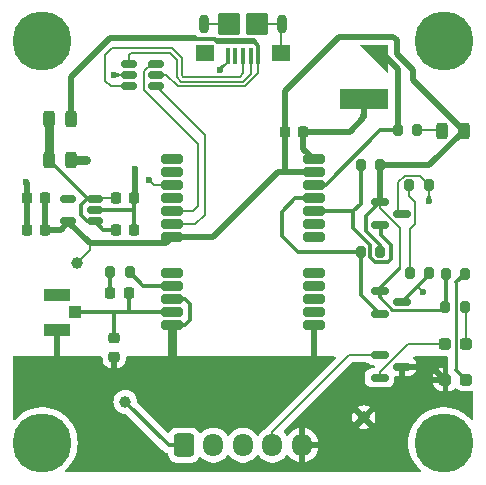
<source format=gbr>
%TF.GenerationSoftware,KiCad,Pcbnew,8.0.6*%
%TF.CreationDate,2024-10-28T16:54:00-06:00*%
%TF.ProjectId,GPS Module,47505320-4d6f-4647-956c-652e6b696361,rev?*%
%TF.SameCoordinates,Original*%
%TF.FileFunction,Copper,L1,Top*%
%TF.FilePolarity,Positive*%
%FSLAX46Y46*%
G04 Gerber Fmt 4.6, Leading zero omitted, Abs format (unit mm)*
G04 Created by KiCad (PCBNEW 8.0.6) date 2024-10-28 16:54:00*
%MOMM*%
%LPD*%
G01*
G04 APERTURE LIST*
G04 Aperture macros list*
%AMRoundRect*
0 Rectangle with rounded corners*
0 $1 Rounding radius*
0 $2 $3 $4 $5 $6 $7 $8 $9 X,Y pos of 4 corners*
0 Add a 4 corners polygon primitive as box body*
4,1,4,$2,$3,$4,$5,$6,$7,$8,$9,$2,$3,0*
0 Add four circle primitives for the rounded corners*
1,1,$1+$1,$2,$3*
1,1,$1+$1,$4,$5*
1,1,$1+$1,$6,$7*
1,1,$1+$1,$8,$9*
0 Add four rect primitives between the rounded corners*
20,1,$1+$1,$2,$3,$4,$5,0*
20,1,$1+$1,$4,$5,$6,$7,0*
20,1,$1+$1,$6,$7,$8,$9,0*
20,1,$1+$1,$8,$9,$2,$3,0*%
%AMFreePoly0*
4,1,12,0.600035,0.600035,0.600050,0.600000,0.600050,-1.800000,0.600035,-1.800035,0.600000,-1.800050,0.599965,-1.800035,-1.800035,0.599965,-1.800050,0.600000,-1.800035,0.600035,-1.800000,0.600050,0.600000,0.600050,0.600035,0.600035,0.600035,0.600035,$1*%
G04 Aperture macros list end*
%TA.AperFunction,SMDPad,CuDef*%
%ADD10C,1.000000*%
%TD*%
%TA.AperFunction,SMDPad,CuDef*%
%ADD11RoundRect,0.225000X-0.225000X-0.250000X0.225000X-0.250000X0.225000X0.250000X-0.225000X0.250000X0*%
%TD*%
%TA.AperFunction,SMDPad,CuDef*%
%ADD12RoundRect,0.200000X0.200000X0.275000X-0.200000X0.275000X-0.200000X-0.275000X0.200000X-0.275000X0*%
%TD*%
%TA.AperFunction,SMDPad,CuDef*%
%ADD13RoundRect,0.200000X-0.200000X-0.275000X0.200000X-0.275000X0.200000X0.275000X-0.200000X0.275000X0*%
%TD*%
%TA.AperFunction,ComponentPad*%
%ADD14C,2.900000*%
%TD*%
%TA.AperFunction,ConnectorPad*%
%ADD15C,5.000000*%
%TD*%
%TA.AperFunction,ComponentPad*%
%ADD16O,0.900000X1.600000*%
%TD*%
%TA.AperFunction,SMDPad,CuDef*%
%ADD17RoundRect,0.250000X0.550000X0.450000X-0.550000X0.450000X-0.550000X-0.450000X0.550000X-0.450000X0*%
%TD*%
%TA.AperFunction,SMDPad,CuDef*%
%ADD18RoundRect,0.250000X0.700000X0.700000X-0.700000X0.700000X-0.700000X-0.700000X0.700000X-0.700000X0*%
%TD*%
%TA.AperFunction,SMDPad,CuDef*%
%ADD19RoundRect,0.100000X0.100000X0.575000X-0.100000X0.575000X-0.100000X-0.575000X0.100000X-0.575000X0*%
%TD*%
%TA.AperFunction,SMDPad,CuDef*%
%ADD20RoundRect,0.150000X-0.587500X-0.150000X0.587500X-0.150000X0.587500X0.150000X-0.587500X0.150000X0*%
%TD*%
%TA.AperFunction,SMDPad,CuDef*%
%ADD21RoundRect,0.243750X-0.243750X-0.456250X0.243750X-0.456250X0.243750X0.456250X-0.243750X0.456250X0*%
%TD*%
%TA.AperFunction,SMDPad,CuDef*%
%ADD22RoundRect,0.200000X-0.700000X-0.200000X0.700000X-0.200000X0.700000X0.200000X-0.700000X0.200000X0*%
%TD*%
%TA.AperFunction,SMDPad,CuDef*%
%ADD23RoundRect,0.237500X-0.287500X-0.237500X0.287500X-0.237500X0.287500X0.237500X-0.287500X0.237500X0*%
%TD*%
%TA.AperFunction,SMDPad,CuDef*%
%ADD24RoundRect,0.225000X0.225000X0.250000X-0.225000X0.250000X-0.225000X-0.250000X0.225000X-0.250000X0*%
%TD*%
%TA.AperFunction,SMDPad,CuDef*%
%ADD25RoundRect,0.218750X-0.218750X-0.256250X0.218750X-0.256250X0.218750X0.256250X-0.218750X0.256250X0*%
%TD*%
%TA.AperFunction,SMDPad,CuDef*%
%ADD26RoundRect,0.225000X-0.250000X0.225000X-0.250000X-0.225000X0.250000X-0.225000X0.250000X0.225000X0*%
%TD*%
%TA.AperFunction,SMDPad,CuDef*%
%ADD27R,1.050000X1.000000*%
%TD*%
%TA.AperFunction,SMDPad,CuDef*%
%ADD28R,2.200000X1.050000*%
%TD*%
%TA.AperFunction,SMDPad,CuDef*%
%ADD29RoundRect,0.150000X-0.512500X-0.150000X0.512500X-0.150000X0.512500X0.150000X-0.512500X0.150000X0*%
%TD*%
%TA.AperFunction,SMDPad,CuDef*%
%ADD30RoundRect,0.150000X0.512500X0.150000X-0.512500X0.150000X-0.512500X-0.150000X0.512500X-0.150000X0*%
%TD*%
%TA.AperFunction,ComponentPad*%
%ADD31RoundRect,0.250000X-0.600000X-0.725000X0.600000X-0.725000X0.600000X0.725000X-0.600000X0.725000X0*%
%TD*%
%TA.AperFunction,ComponentPad*%
%ADD32O,1.700000X1.950000*%
%TD*%
%TA.AperFunction,SMDPad,CuDef*%
%ADD33FreePoly0,0.000000*%
%TD*%
%TA.AperFunction,SMDPad,CuDef*%
%ADD34R,4.100000X1.700000*%
%TD*%
%TA.AperFunction,ViaPad*%
%ADD35C,0.600000*%
%TD*%
%TA.AperFunction,Conductor*%
%ADD36C,0.177800*%
%TD*%
%TA.AperFunction,Conductor*%
%ADD37C,0.508000*%
%TD*%
%TA.AperFunction,Conductor*%
%ADD38C,0.330200*%
%TD*%
%TA.AperFunction,Conductor*%
%ADD39C,0.200000*%
%TD*%
%TA.AperFunction,Conductor*%
%ADD40C,0.762000*%
%TD*%
%TA.AperFunction,Conductor*%
%ADD41C,0.254000*%
%TD*%
%TA.AperFunction,Conductor*%
%ADD42C,0.228600*%
%TD*%
%TA.AperFunction,Conductor*%
%ADD43C,0.279400*%
%TD*%
%TA.AperFunction,Conductor*%
%ADD44C,0.152400*%
%TD*%
G04 APERTURE END LIST*
D10*
%TO.P,Vin1,1,1*%
%TO.N,Net-(D1-A)*%
X120040000Y-83540000D03*
%TD*%
%TO.P,GND1,1,1*%
%TO.N,GND*%
X140210000Y-84850000D03*
%TD*%
%TO.P,3.3V1,1,1*%
%TO.N,+3.3V*%
X115920000Y-71750000D03*
%TD*%
D11*
%TO.P,C2,1*%
%TO.N,+3.3V*%
X133555000Y-60660000D03*
%TO.P,C2,2*%
%TO.N,GND*%
X135105000Y-60660000D03*
%TD*%
D12*
%TO.P,R1,1*%
%TO.N,+3.3V*%
X141605000Y-63520000D03*
%TO.P,R1,2*%
%TO.N,Net-(Q1-S)*%
X139955000Y-63520000D03*
%TD*%
D13*
%TO.P,R8,1*%
%TO.N,+3.3V*%
X147165000Y-72680000D03*
%TO.P,R8,2*%
%TO.N,Net-(Pwr1-A)*%
X148815000Y-72680000D03*
%TD*%
D14*
%TO.P,REF\u002A\u002A,1*%
%TO.N,N/C*%
X113000000Y-87000000D03*
D15*
X113000000Y-87000000D03*
%TD*%
D16*
%TO.P,J2,6,Shield*%
%TO.N,unconnected-(J2-Shield-Pad6)*%
X126700000Y-51560000D03*
D17*
X126800000Y-54010000D03*
D18*
X128800000Y-51560000D03*
X131200000Y-51560000D03*
D17*
X133200000Y-54010000D03*
D16*
X133300000Y-51560000D03*
D19*
%TO.P,J2,5,GND*%
%TO.N,GND*%
X128700000Y-54235000D03*
%TO.P,J2,4,ID*%
%TO.N,unconnected-(J2-ID-Pad4)*%
X129350000Y-54235000D03*
%TO.P,J2,3,D+*%
%TO.N,Net-(J2-D+)*%
X130000000Y-54235000D03*
%TO.P,J2,2,D-*%
%TO.N,Net-(J2-D-)*%
X130650000Y-54235000D03*
%TO.P,J2,1,VBUS*%
%TO.N,Vbus*%
X131300000Y-54235000D03*
%TD*%
D12*
%TO.P,R6,1*%
%TO.N,Net-(D3-K)*%
X144755000Y-60560000D03*
%TO.P,R6,2*%
%TO.N,Net-(U1-V_BCKP)*%
X143105000Y-60560000D03*
%TD*%
D20*
%TO.P,Q2,1,G*%
%TO.N,+3.3V*%
X141572500Y-74170000D03*
%TO.P,Q2,2,S*%
%TO.N,Net-(Q2-S)*%
X141572500Y-76070000D03*
%TO.P,Q2,3,D*%
%TO.N,GPSRxd5V*%
X143447500Y-75120000D03*
%TD*%
D21*
%TO.P,D2,1,K*%
%TO.N,Net-(D1-K)*%
X113542500Y-59600000D03*
%TO.P,D2,2,A*%
%TO.N,Vbus*%
X115417500Y-59600000D03*
%TD*%
D11*
%TO.P,C3,1*%
%TO.N,Net-(D1-K)*%
X119225000Y-68980000D03*
%TO.P,C3,2*%
%TO.N,GND*%
X120775000Y-68980000D03*
%TD*%
%TO.P,C4,1*%
%TO.N,Net-(D1-K)*%
X119225000Y-66260000D03*
%TO.P,C4,2*%
%TO.N,GND*%
X120775000Y-66260000D03*
%TD*%
D14*
%TO.P,REF\u002A\u002A,1*%
%TO.N,N/C*%
X113000000Y-53000000D03*
D15*
X113000000Y-53000000D03*
%TD*%
D12*
%TO.P,R5,1*%
%TO.N,Net-(U1-VCC_RF)*%
X120405000Y-72560000D03*
%TO.P,R5,2*%
%TO.N,Net-(L1-Pad1)*%
X118755000Y-72560000D03*
%TD*%
D22*
%TO.P,U1,24,GND*%
%TO.N,GND*%
X136000000Y-63000000D03*
%TO.P,U1,23,VCC*%
%TO.N,+3.3V*%
X136000000Y-64100000D03*
%TO.P,U1,22,V_BCKP*%
%TO.N,Net-(U1-V_BCKP)*%
X136000000Y-65200000D03*
%TO.P,U1,21,RXD/SPI_MOSI*%
%TO.N,Net-(Q2-S)*%
X136000000Y-66300000D03*
%TO.P,U1,20,TXD/SPI_MISO*%
%TO.N,Net-(Q1-S)*%
X136000000Y-67400000D03*
%TO.P,U1,19,SCL/SPI_CLK*%
%TO.N,unconnected-(U1-SCL{slash}SPI_CLK-Pad19)*%
X136000000Y-68500000D03*
%TO.P,U1,18,SDA/~{SPI_CS}*%
%TO.N,unconnected-(U1-SDA{slash}~{SPI_CS}-Pad18)*%
X136000000Y-69600000D03*
%TO.P,U1,17,RESERVED*%
%TO.N,unconnected-(U1-RESERVED-Pad17)*%
X136000000Y-72600000D03*
%TO.P,U1,16,RESERVED*%
%TO.N,unconnected-(U1-RESERVED-Pad16)*%
X136000000Y-73700000D03*
%TO.P,U1,15,RESERVED*%
%TO.N,unconnected-(U1-RESERVED-Pad15)*%
X136000000Y-74800000D03*
%TO.P,U1,14,LNA_EN*%
%TO.N,unconnected-(U1-LNA_EN-Pad14)*%
X136000000Y-75900000D03*
%TO.P,U1,13,GND*%
%TO.N,GND*%
X136000000Y-77000000D03*
%TO.P,U1,12,GND*%
X124000000Y-77000000D03*
%TO.P,U1,11,RF_IN*%
%TO.N,Net-(U1-RF_IN)*%
X124000000Y-75900000D03*
%TO.P,U1,10,GND*%
%TO.N,GND*%
X124000000Y-74800000D03*
%TO.P,U1,9,VCC_RF*%
%TO.N,Net-(U1-VCC_RF)*%
X124000000Y-73700000D03*
%TO.P,U1,8,~{RESET}*%
%TO.N,unconnected-(U1-~{RESET}-Pad8)*%
X124000000Y-72600000D03*
%TO.P,U1,7,VDD_USB*%
%TO.N,+3.3V*%
X124000000Y-69600000D03*
%TO.P,U1,6,USB_DP*%
%TO.N,Net-(U1-USB_DP)*%
X124000000Y-68500000D03*
%TO.P,U1,5,USB_DM*%
%TO.N,Net-(U1-USB_DM)*%
X124000000Y-67400000D03*
%TO.P,U1,4,EXTINT*%
%TO.N,unconnected-(U1-EXTINT-Pad4)*%
X124000000Y-66300000D03*
%TO.P,U1,3,TIMEPULSE*%
%TO.N,PPS*%
X124000000Y-65200000D03*
%TO.P,U1,2,D_SEL*%
%TO.N,unconnected-(U1-D_SEL-Pad2)*%
X124000000Y-64100000D03*
%TO.P,U1,1,~{SAFEBOOT}*%
%TO.N,unconnected-(U1-~{SAFEBOOT}-Pad1)*%
X124000000Y-63000000D03*
%TD*%
D23*
%TO.P,Pwr1,1,K*%
%TO.N,GND*%
X147145000Y-81650000D03*
%TO.P,Pwr1,2,A*%
%TO.N,Net-(Pwr1-A)*%
X148895000Y-81650000D03*
%TD*%
D24*
%TO.P,C6,1*%
%TO.N,+3.3V*%
X113245000Y-68970000D03*
%TO.P,C6,2*%
%TO.N,GND*%
X111695000Y-68970000D03*
%TD*%
D13*
%TO.P,R4,1*%
%TO.N,+5V*%
X144135000Y-72670000D03*
%TO.P,R4,2*%
%TO.N,GPSRxd5V*%
X145785000Y-72670000D03*
%TD*%
D25*
%TO.P,L1,1,1*%
%TO.N,Net-(L1-Pad1)*%
X118782500Y-74360000D03*
%TO.P,L1,2,2*%
%TO.N,Net-(U1-RF_IN)*%
X120357500Y-74360000D03*
%TD*%
D21*
%TO.P,D3,1,K*%
%TO.N,Net-(D3-K)*%
X146812500Y-60580000D03*
%TO.P,D3,2,A*%
%TO.N,+3.3V*%
X148687500Y-60580000D03*
%TD*%
D13*
%TO.P,R3,1*%
%TO.N,+5V*%
X144095000Y-65160000D03*
%TO.P,R3,2*%
%TO.N,GPSTxd5V*%
X145745000Y-65160000D03*
%TD*%
D12*
%TO.P,R2,1*%
%TO.N,+3.3V*%
X141605000Y-70880000D03*
%TO.P,R2,2*%
%TO.N,Net-(Q2-S)*%
X139955000Y-70880000D03*
%TD*%
D26*
%TO.P,C1,1*%
%TO.N,Net-(U1-RF_IN)*%
X119090000Y-78165000D03*
%TO.P,C1,2*%
%TO.N,GND*%
X119090000Y-79715000D03*
%TD*%
D23*
%TO.P,PPS1,1,K*%
%TO.N,Net-(PPS1-K)*%
X147145000Y-78620000D03*
%TO.P,PPS1,2,A*%
%TO.N,Net-(PPS1-A)*%
X148895000Y-78620000D03*
%TD*%
D27*
%TO.P,J1,1*%
%TO.N,Net-(U1-RF_IN)*%
X115775000Y-75970000D03*
D28*
%TO.P,J1,2*%
%TO.N,GND*%
X114250000Y-77445000D03*
%TO.P,J1,3*%
%TO.N,N/C*%
X114250000Y-74495000D03*
%TD*%
D14*
%TO.P,REF\u002A\u002A,1*%
%TO.N,N/C*%
X147000000Y-87000000D03*
D15*
X147000000Y-87000000D03*
%TD*%
D29*
%TO.P,U2,1,I/O1*%
%TO.N,Net-(J2-D-)*%
X120342500Y-54897500D03*
%TO.P,U2,2,GND*%
%TO.N,GND*%
X120342500Y-55847500D03*
%TO.P,U2,3,I/O2*%
%TO.N,Net-(J2-D+)*%
X120342500Y-56797500D03*
%TO.P,U2,4,I/O2*%
%TO.N,Net-(U1-USB_DP)*%
X122617500Y-56797500D03*
%TO.P,U2,5,VBUS*%
%TO.N,Vbus*%
X122617500Y-55847500D03*
%TO.P,U2,6,I/O1*%
%TO.N,Net-(U1-USB_DM)*%
X122617500Y-54897500D03*
%TD*%
D24*
%TO.P,C5,1*%
%TO.N,+3.3V*%
X113245000Y-66260000D03*
%TO.P,C5,2*%
%TO.N,GND*%
X111695000Y-66260000D03*
%TD*%
D21*
%TO.P,D1,2,A*%
%TO.N,Net-(D1-A)*%
X115437500Y-63080000D03*
%TO.P,D1,1,K*%
%TO.N,Net-(D1-K)*%
X113562500Y-63080000D03*
%TD*%
D13*
%TO.P,R7,1*%
%TO.N,+3.3V*%
X147145000Y-75510000D03*
%TO.P,R7,2*%
%TO.N,Net-(PPS1-A)*%
X148795000Y-75510000D03*
%TD*%
D20*
%TO.P,Q3,1,G*%
%TO.N,PPS*%
X141562500Y-79600000D03*
%TO.P,Q3,2,S*%
%TO.N,Net-(PPS1-K)*%
X141562500Y-81500000D03*
%TO.P,Q3,3,D*%
%TO.N,GND*%
X143437500Y-80550000D03*
%TD*%
D14*
%TO.P,REF\u002A\u002A,1*%
%TO.N,N/C*%
X147000000Y-53000000D03*
D15*
X147000000Y-53000000D03*
%TD*%
D30*
%TO.P,U3,1,VIN*%
%TO.N,Net-(D1-K)*%
X117437500Y-68262500D03*
%TO.P,U3,2,GND*%
%TO.N,GND*%
X117437500Y-67312500D03*
%TO.P,U3,3,EN*%
%TO.N,Net-(D1-K)*%
X117437500Y-66362500D03*
%TO.P,U3,4,NC*%
%TO.N,unconnected-(U3-NC-Pad4)*%
X115162500Y-66362500D03*
%TO.P,U3,5,VOUT*%
%TO.N,+3.3V*%
X115162500Y-68262500D03*
%TD*%
D31*
%TO.P,J3,1,Pin_1*%
%TO.N,Net-(D1-A)*%
X125000000Y-87200000D03*
D32*
%TO.P,J3,2,Pin_2*%
%TO.N,GPSTxd5V*%
X127500000Y-87200000D03*
%TO.P,J3,3,Pin_3*%
%TO.N,GPSRxd5V*%
X130000000Y-87200000D03*
%TO.P,J3,4,Pin_4*%
%TO.N,PPS*%
X132500000Y-87200000D03*
%TO.P,J3,5,Pin_5*%
%TO.N,GND*%
X135000000Y-87200000D03*
%TD*%
D33*
%TO.P,BT1,1*%
%TO.N,Net-(U1-V_BCKP)*%
X141670000Y-53940000D03*
D34*
%TO.P,BT1,2*%
%TO.N,GND*%
X140220000Y-57890000D03*
%TD*%
D20*
%TO.P,Q1,1,G*%
%TO.N,+3.3V*%
X141562500Y-66650000D03*
%TO.P,Q1,2,S*%
%TO.N,Net-(Q1-S)*%
X141562500Y-68550000D03*
%TO.P,Q1,3,D*%
%TO.N,GPSTxd5V*%
X143437500Y-67600000D03*
%TD*%
D35*
%TO.N,GND*%
X118410000Y-88070000D03*
X112710000Y-82720000D03*
X138680000Y-81980000D03*
X131420000Y-82690000D03*
X128110000Y-80320000D03*
X120910000Y-80300000D03*
X135990000Y-80370000D03*
X120890000Y-63800000D03*
%TO.N,PPS*%
X122080000Y-64770000D03*
%TO.N,GPSTxd5V*%
X145760000Y-66530000D03*
%TO.N,GPSRxd5V*%
X145270000Y-74250000D03*
%TO.N,GND*%
X140190000Y-59460000D03*
X111670000Y-64960000D03*
%TO.N,Net-(D1-A)*%
X116730000Y-63080000D03*
%TO.N,GND*%
X128020000Y-55420000D03*
X119080000Y-55860000D03*
%TD*%
D36*
%TO.N,unconnected-(J2-Shield-Pad6)*%
X131340000Y-51560000D02*
X133300000Y-51560000D01*
X131300000Y-51520000D02*
X131340000Y-51560000D01*
X131240000Y-51520000D02*
X131300000Y-51520000D01*
X131200000Y-51560000D02*
X131240000Y-51520000D01*
X128800000Y-51560000D02*
X126700000Y-51560000D01*
%TO.N,+3.3V*%
X117010000Y-70710000D02*
X117010000Y-70130000D01*
X115970000Y-71750000D02*
X117010000Y-70710000D01*
X115920000Y-71750000D02*
X115970000Y-71750000D01*
%TO.N,GND*%
X141700000Y-86340000D02*
X141945000Y-86095000D01*
X140210000Y-84850000D02*
X141700000Y-86340000D01*
D37*
X141945000Y-86095000D02*
X143437500Y-84602500D01*
X140840000Y-87200000D02*
X141945000Y-86095000D01*
D38*
%TO.N,Net-(D1-A)*%
X123700000Y-87200000D02*
X120040000Y-83540000D01*
X125000000Y-87200000D02*
X123700000Y-87200000D01*
%TO.N,+3.3V*%
X141572500Y-73907500D02*
X141572500Y-74170000D01*
D39*
X141562500Y-67103052D02*
X141562500Y-66650000D01*
X143320000Y-68860552D02*
X141562500Y-67103052D01*
D38*
X143172500Y-72307500D02*
X141572500Y-73907500D01*
D39*
X143320000Y-72160000D02*
X143320000Y-68860552D01*
X143172500Y-72307500D02*
X143320000Y-72160000D01*
D38*
X140420000Y-67792500D02*
X141562500Y-66650000D01*
X140420000Y-69073038D02*
X140420000Y-67792500D01*
X141605000Y-70258038D02*
X140420000Y-69073038D01*
X141605000Y-70880000D02*
X141605000Y-70258038D01*
D39*
%TO.N,Net-(Q1-S)*%
X141670000Y-68657500D02*
X141562500Y-68550000D01*
D38*
X141750000Y-69500000D02*
X141670000Y-69420000D01*
X141670000Y-69420000D02*
X141670000Y-68657500D01*
X140760000Y-70272648D02*
X139300000Y-68812648D01*
X141165386Y-71720100D02*
X140760000Y-71314714D01*
X139300000Y-68812648D02*
X139300000Y-67400000D01*
X142279900Y-71720100D02*
X141165386Y-71720100D01*
X142520000Y-71480000D02*
X142279900Y-71720100D01*
X140760000Y-71314714D02*
X140760000Y-70272648D01*
X142520000Y-70270000D02*
X142520000Y-71480000D01*
X141750000Y-69500000D02*
X142520000Y-70270000D01*
D39*
%TO.N,unconnected-(J2-Shield-Pad6)*%
X133200000Y-51660000D02*
X133300000Y-51560000D01*
X133200000Y-54010000D02*
X133200000Y-51660000D01*
D38*
%TO.N,GND*%
X125130000Y-77000000D02*
X124000000Y-77000000D01*
X125530000Y-76600000D02*
X125130000Y-77000000D01*
X125090000Y-74800000D02*
X125530000Y-75240000D01*
X124000000Y-74800000D02*
X125090000Y-74800000D01*
X125530000Y-75240000D02*
X125530000Y-76600000D01*
D39*
X124000000Y-80270000D02*
X124050000Y-80320000D01*
D40*
X124000000Y-77000000D02*
X124000000Y-80270000D01*
D37*
X124050000Y-80320000D02*
X120930000Y-80320000D01*
X128110000Y-80320000D02*
X124050000Y-80320000D01*
D39*
X120560000Y-80320000D02*
X120930000Y-80320000D01*
X119080000Y-79750000D02*
X119080000Y-81090000D01*
X119105000Y-79715000D02*
X119110000Y-79720000D01*
X119110000Y-79720000D02*
X119080000Y-79750000D01*
X119790000Y-81090000D02*
X120560000Y-80320000D01*
X119090000Y-79715000D02*
X119105000Y-79715000D01*
X119080000Y-81090000D02*
X119790000Y-81090000D01*
D41*
%TO.N,+3.3V*%
X142699448Y-75750000D02*
X142669448Y-75720000D01*
X146905000Y-75750000D02*
X142699448Y-75750000D01*
X146935000Y-75720000D02*
X146905000Y-75750000D01*
D42*
X141572500Y-74652776D02*
X141572500Y-74623052D01*
X142639724Y-75720000D02*
X141572500Y-74652776D01*
X142669448Y-75720000D02*
X142639724Y-75720000D01*
D41*
%TO.N,Net-(Pwr1-A)*%
X148020000Y-80775000D02*
X148070000Y-80825000D01*
D43*
X148020000Y-73475000D02*
X148020000Y-80775000D01*
D41*
X148070000Y-73425000D02*
X148020000Y-73475000D01*
D39*
%TO.N,Net-(U1-RF_IN)*%
X119090000Y-75960000D02*
X119030000Y-75900000D01*
D38*
X119090000Y-78165000D02*
X119090000Y-75960000D01*
X119030000Y-75900000D02*
X115845000Y-75900000D01*
X120460000Y-75900000D02*
X119030000Y-75900000D01*
D37*
%TO.N,GND*%
X114250000Y-81180000D02*
X112710000Y-82720000D01*
X114250000Y-77445000D02*
X114250000Y-81180000D01*
D39*
X114250000Y-80850000D02*
X114200000Y-80900000D01*
D37*
X114250000Y-77445000D02*
X114250000Y-80850000D01*
D38*
%TO.N,Net-(U1-VCC_RF)*%
X121545000Y-73700000D02*
X124000000Y-73700000D01*
X120405000Y-72560000D02*
X121545000Y-73700000D01*
D39*
%TO.N,Net-(L1-Pad1)*%
X118782500Y-72687500D02*
X118635000Y-72540000D01*
D38*
X118782500Y-74360000D02*
X118782500Y-72687500D01*
%TO.N,Net-(U1-RF_IN)*%
X120357500Y-74360000D02*
X120357500Y-75797500D01*
X124000000Y-75900000D02*
X120460000Y-75900000D01*
D39*
X120357500Y-75797500D02*
X120460000Y-75900000D01*
X115845000Y-75900000D02*
X115775000Y-75970000D01*
%TO.N,GND*%
X135990000Y-80370000D02*
X136000000Y-80360000D01*
D37*
X136000000Y-80360000D02*
X136000000Y-77000000D01*
D38*
%TO.N,Net-(Q2-S)*%
X134420000Y-66300000D02*
X136000000Y-66300000D01*
X133280000Y-67440000D02*
X134420000Y-66300000D01*
X133280000Y-69470000D02*
X133280000Y-67440000D01*
X134690000Y-70880000D02*
X133280000Y-69470000D01*
X139955000Y-70880000D02*
X134690000Y-70880000D01*
%TO.N,Vbus*%
X130933733Y-53023733D02*
X131300000Y-53390000D01*
X127762534Y-52970000D02*
X127816267Y-53023733D01*
X131300000Y-54235000D02*
X131300000Y-53390000D01*
D37*
X127816267Y-53023733D02*
X130933733Y-53023733D01*
D38*
X127648534Y-52856000D02*
X125964000Y-52856000D01*
D39*
%TO.N,GND*%
X120930000Y-80320000D02*
X120910000Y-80300000D01*
X131420000Y-82690000D02*
X131420000Y-82670000D01*
D37*
X131420000Y-82670000D02*
X129070000Y-80320000D01*
X129070000Y-80320000D02*
X128110000Y-80320000D01*
X143437500Y-84602500D02*
X143437500Y-80550000D01*
X135000000Y-87200000D02*
X140840000Y-87200000D01*
D39*
X120775000Y-66135000D02*
X120890000Y-66020000D01*
X120775000Y-66260000D02*
X120775000Y-66135000D01*
D37*
X120890000Y-66020000D02*
X120890000Y-63800000D01*
D39*
%TO.N,PPS*%
X122510000Y-65200000D02*
X122080000Y-64770000D01*
X124000000Y-65200000D02*
X122510000Y-65200000D01*
D37*
%TO.N,GND*%
X139070000Y-60660000D02*
X135105000Y-60660000D01*
X140190000Y-59540000D02*
X139070000Y-60660000D01*
D38*
X140190000Y-59460000D02*
X140190000Y-59540000D01*
D39*
X140210000Y-59440000D02*
X140190000Y-59460000D01*
X140220000Y-57920000D02*
X140210000Y-57930000D01*
X140220000Y-57890000D02*
X140220000Y-57920000D01*
D37*
X140210000Y-57930000D02*
X140210000Y-59440000D01*
%TO.N,+3.3V*%
X132950000Y-64100000D02*
X127450000Y-69600000D01*
X132990000Y-64100000D02*
X132950000Y-64100000D01*
X127450000Y-69600000D02*
X124000000Y-69600000D01*
X133555000Y-60660000D02*
X133555000Y-64100000D01*
X133555000Y-64100000D02*
X135487352Y-64100000D01*
D39*
%TO.N,Net-(J2-D-)*%
X124430000Y-56065686D02*
X124430000Y-54575686D01*
X130030000Y-56430000D02*
X124794314Y-56430000D01*
X124794314Y-56430000D02*
X124430000Y-56065686D01*
X130650000Y-55810000D02*
X130030000Y-56430000D01*
X130650000Y-54235000D02*
X130650000Y-55810000D01*
%TO.N,Vbus*%
X123507500Y-55847500D02*
X124490000Y-56830000D01*
X122617500Y-55847500D02*
X123507500Y-55847500D01*
%TO.N,Net-(J2-D+)*%
X124830000Y-55900000D02*
X124830000Y-54410000D01*
X124960000Y-56030000D02*
X124830000Y-55900000D01*
X129720000Y-56030000D02*
X124960000Y-56030000D01*
X130020000Y-54290000D02*
X130020000Y-55730000D01*
X130000000Y-54235000D02*
X130000000Y-54270000D01*
X130000000Y-54270000D02*
X130020000Y-54290000D01*
X130020000Y-55730000D02*
X129720000Y-56030000D01*
%TO.N,Net-(J2-D-)*%
X120520000Y-53990000D02*
X120342500Y-54167500D01*
X120342500Y-54167500D02*
X120342500Y-54897500D01*
X123844314Y-53990000D02*
X120520000Y-53990000D01*
X124430000Y-54575686D02*
X123844314Y-53990000D01*
D37*
%TO.N,+3.3V*%
X143040000Y-52940000D02*
X142730000Y-52630000D01*
X144427500Y-55437500D02*
X143040000Y-54050000D01*
X143040000Y-54050000D02*
X143040000Y-52940000D01*
X144427500Y-56320000D02*
X144427500Y-55437500D01*
X148687500Y-60580000D02*
X144427500Y-56320000D01*
X142730000Y-52630000D02*
X141997940Y-52630000D01*
X133555000Y-57205000D02*
X133555000Y-60660000D01*
X138130000Y-52630000D02*
X133555000Y-57205000D01*
X141997940Y-52630000D02*
X138130000Y-52630000D01*
X132990000Y-64100000D02*
X136000000Y-64100000D01*
X123470000Y-70130000D02*
X123770000Y-69830000D01*
X115210000Y-68330000D02*
X117010000Y-70130000D01*
X117010000Y-70130000D02*
X123470000Y-70130000D01*
D39*
X123770000Y-69830000D02*
X124000000Y-69600000D01*
%TO.N,GND*%
X111695000Y-64985000D02*
X111670000Y-64960000D01*
D37*
X111695000Y-66260000D02*
X111695000Y-64985000D01*
%TO.N,+3.3V*%
X114570000Y-68970000D02*
X113245000Y-68970000D01*
X115210000Y-68330000D02*
X114570000Y-68970000D01*
D39*
X115162500Y-68282500D02*
X115210000Y-68330000D01*
X115162500Y-68262500D02*
X115162500Y-68282500D01*
%TO.N,GPSTxd5V*%
X145745000Y-66515000D02*
X145760000Y-66530000D01*
X145745000Y-65160000D02*
X145745000Y-66515000D01*
%TO.N,GPSRxd5V*%
X145270000Y-74250000D02*
X144803750Y-73783750D01*
D38*
X144803750Y-73763750D02*
X145785000Y-72782500D01*
D39*
X144803750Y-73783750D02*
X144803750Y-73763750D01*
D38*
X143447500Y-75120000D02*
X144803750Y-73763750D01*
D40*
%TO.N,Net-(D1-A)*%
X116730000Y-63080000D02*
X115437500Y-63080000D01*
D39*
%TO.N,+3.3V*%
X147145000Y-75510000D02*
X146935000Y-75720000D01*
D38*
X141572500Y-74623052D02*
X141572500Y-74170000D01*
D39*
%TO.N,GPSRxd5V*%
X145785000Y-72782500D02*
X145785000Y-72670000D01*
D38*
%TO.N,Net-(Q2-S)*%
X139955000Y-74452500D02*
X139955000Y-70880000D01*
X141572500Y-76070000D02*
X139955000Y-74452500D01*
%TO.N,Net-(Pwr1-A)*%
X148815000Y-72680000D02*
X148070000Y-73425000D01*
X148070000Y-80825000D02*
X148895000Y-81650000D01*
D39*
%TO.N,Net-(PPS1-A)*%
X148895000Y-78620000D02*
X148895000Y-75610000D01*
X148895000Y-75610000D02*
X148795000Y-75510000D01*
%TO.N,Net-(PPS1-K)*%
X143989448Y-78620000D02*
X147145000Y-78620000D01*
X141562500Y-81046948D02*
X143989448Y-78620000D01*
X141562500Y-81500000D02*
X141562500Y-81046948D01*
D37*
%TO.N,GND*%
X146045000Y-80550000D02*
X147145000Y-81650000D01*
X143437500Y-80550000D02*
X146045000Y-80550000D01*
D39*
%TO.N,PPS*%
X139020000Y-79600000D02*
X141562500Y-79600000D01*
X139000000Y-79580000D02*
X139020000Y-79600000D01*
X132500000Y-86080000D02*
X139000000Y-79580000D01*
X132500000Y-87200000D02*
X132500000Y-86080000D01*
D44*
%TO.N,GND*%
X140190000Y-59460000D02*
X140190000Y-59290000D01*
D37*
%TO.N,Net-(U1-V_BCKP)*%
X143105000Y-55375000D02*
X143105000Y-60560000D01*
X141670000Y-53940000D02*
X143105000Y-55375000D01*
%TO.N,+3.3V*%
X145747500Y-63520000D02*
X141605000Y-63520000D01*
X148687500Y-60580000D02*
X145747500Y-63520000D01*
D38*
%TO.N,Net-(U1-V_BCKP)*%
X141640000Y-60560000D02*
X143105000Y-60560000D01*
X137000000Y-65200000D02*
X141640000Y-60560000D01*
X136000000Y-65200000D02*
X137000000Y-65200000D01*
%TO.N,Net-(Q1-S)*%
X139955000Y-63520000D02*
X139955000Y-66745000D01*
X139955000Y-66745000D02*
X139300000Y-67400000D01*
X139300000Y-67400000D02*
X136000000Y-67400000D01*
D39*
%TO.N,Net-(D3-K)*%
X146792500Y-60560000D02*
X146812500Y-60580000D01*
X144755000Y-60560000D02*
X146792500Y-60560000D01*
%TO.N,+3.3V*%
X141562500Y-63562500D02*
X141605000Y-63520000D01*
D37*
X141562500Y-66650000D02*
X141562500Y-63562500D01*
D39*
%TO.N,GPSTxd5V*%
X144965000Y-64380000D02*
X145745000Y-65160000D01*
X143680000Y-64380000D02*
X144965000Y-64380000D01*
X143137501Y-64922499D02*
X143680000Y-64380000D01*
X143137501Y-67300001D02*
X143137501Y-64922499D01*
X143437500Y-67600000D02*
X143137501Y-67300001D01*
%TO.N,+5V*%
X144090000Y-66020000D02*
X144095000Y-66015000D01*
X144090000Y-66150000D02*
X144090000Y-66020000D01*
X144095000Y-66015000D02*
X144095000Y-65160000D01*
X144570000Y-66630000D02*
X144090000Y-66150000D01*
X144570000Y-68480000D02*
X144570000Y-66630000D01*
X144135000Y-68915000D02*
X144570000Y-68480000D01*
X144135000Y-72670000D02*
X144135000Y-68915000D01*
D38*
%TO.N,+3.3V*%
X147165000Y-72680000D02*
X147165000Y-75490000D01*
D39*
X147165000Y-75490000D02*
X147145000Y-75510000D01*
D37*
%TO.N,GND*%
X111695000Y-68970000D02*
X111695000Y-66260000D01*
D38*
X120712500Y-67312500D02*
X120775000Y-67250000D01*
X117437500Y-67312500D02*
X120712500Y-67312500D01*
X120775000Y-67250000D02*
X120775000Y-66260000D01*
X120775000Y-68980000D02*
X120775000Y-67250000D01*
%TO.N,Net-(D1-K)*%
X118155000Y-68980000D02*
X117437500Y-68262500D01*
X119225000Y-68980000D02*
X118155000Y-68980000D01*
D39*
X117540000Y-66260000D02*
X117437500Y-66362500D01*
X119225000Y-66260000D02*
X117540000Y-66260000D01*
D38*
X116260000Y-66877501D02*
X116775001Y-66362500D01*
X116260000Y-67747499D02*
X116260000Y-66877501D01*
X116775001Y-68262500D02*
X116260000Y-67747499D01*
D39*
X116775001Y-66362500D02*
X117437500Y-66362500D01*
X117437500Y-68262500D02*
X116775001Y-68262500D01*
D38*
X113542500Y-63060000D02*
X116845000Y-66362500D01*
D39*
X116845000Y-66362500D02*
X117437500Y-66362500D01*
X113542500Y-63060000D02*
X113562500Y-63080000D01*
D40*
X113542500Y-59600000D02*
X113542500Y-63060000D01*
D39*
%TO.N,Vbus*%
X130195686Y-56830000D02*
X131300000Y-55725686D01*
X124490000Y-56830000D02*
X130195686Y-56830000D01*
X131300000Y-55725686D02*
X131300000Y-54235000D01*
D36*
%TO.N,GND*%
X120330000Y-55860000D02*
X120342500Y-55847500D01*
X119080000Y-55860000D02*
X120330000Y-55860000D01*
X128700000Y-54740000D02*
X128020000Y-55420000D01*
D37*
X135105000Y-62105000D02*
X136000000Y-63000000D01*
D36*
X128700000Y-54235000D02*
X128700000Y-54740000D01*
D37*
X135105000Y-60660000D02*
X135105000Y-62105000D01*
D39*
%TO.N,+3.3V*%
X135487352Y-64100000D02*
X136000000Y-64100000D01*
D37*
X113245000Y-66260000D02*
X113245000Y-68970000D01*
%TO.N,Vbus*%
X118760000Y-52710000D02*
X125910000Y-52710000D01*
X115417500Y-59600000D02*
X115417500Y-56052500D01*
X115417500Y-56052500D02*
X118760000Y-52710000D01*
D39*
%TO.N,Net-(J2-D+)*%
X124830000Y-54410000D02*
X124010000Y-53590000D01*
X118320000Y-56330000D02*
X118787500Y-56797500D01*
X118320000Y-54200000D02*
X118320000Y-56330000D01*
X118930000Y-53590000D02*
X118320000Y-54200000D01*
X124010000Y-53590000D02*
X118930000Y-53590000D01*
X118787500Y-56797500D02*
X120342500Y-56797500D01*
%TO.N,Net-(U1-USB_DP)*%
X126780000Y-67690000D02*
X125970000Y-68500000D01*
X125970000Y-68500000D02*
X124000000Y-68500000D01*
X126780000Y-60960000D02*
X126780000Y-67690000D01*
X122617500Y-56797500D02*
X126780000Y-60960000D01*
%TO.N,Net-(U1-USB_DM)*%
X126230000Y-66940000D02*
X126230000Y-61713052D01*
X121655000Y-57138052D02*
X121655000Y-55506948D01*
X122264448Y-54897500D02*
X122617500Y-54897500D01*
X121655000Y-55506948D02*
X122264448Y-54897500D01*
X124000000Y-67400000D02*
X125770000Y-67400000D01*
X126230000Y-61713052D02*
X121655000Y-57138052D01*
X125770000Y-67400000D02*
X126230000Y-66940000D01*
%TD*%
%TA.AperFunction,Conductor*%
%TO.N,GND*%
G36*
X110715203Y-79655649D02*
G01*
X110721681Y-79661681D01*
X110750000Y-79690000D01*
X117991000Y-79690000D01*
X118058039Y-79709685D01*
X118103794Y-79762489D01*
X118115000Y-79813999D01*
X118115000Y-79988306D01*
X118115001Y-79988323D01*
X118125144Y-80087607D01*
X118178452Y-80248481D01*
X118178457Y-80248492D01*
X118267424Y-80392728D01*
X118267427Y-80392732D01*
X118387267Y-80512572D01*
X118387271Y-80512575D01*
X118531507Y-80601542D01*
X118531518Y-80601547D01*
X118692393Y-80654855D01*
X118791683Y-80664999D01*
X118839999Y-80664998D01*
X118840000Y-80664998D01*
X118840000Y-79690000D01*
X119340000Y-79690000D01*
X119340000Y-80664999D01*
X119388308Y-80664999D01*
X119388322Y-80664998D01*
X119487607Y-80654855D01*
X119648481Y-80601547D01*
X119648492Y-80601542D01*
X119792728Y-80512575D01*
X119792732Y-80512572D01*
X119912572Y-80392732D01*
X119912575Y-80392728D01*
X120001542Y-80248492D01*
X120001547Y-80248481D01*
X120054855Y-80087606D01*
X120064999Y-79988322D01*
X120064999Y-79814001D01*
X120084683Y-79746961D01*
X120137487Y-79701206D01*
X120188999Y-79690000D01*
X137741403Y-79690000D01*
X137808442Y-79709685D01*
X137854197Y-79762489D01*
X137864141Y-79831647D01*
X137835116Y-79895203D01*
X137829085Y-79901679D01*
X134901648Y-82829116D01*
X132131286Y-85599478D01*
X132019481Y-85711282D01*
X132019477Y-85711287D01*
X131992651Y-85757753D01*
X131992650Y-85757754D01*
X131961893Y-85811025D01*
X131911326Y-85859240D01*
X131910803Y-85859508D01*
X131792182Y-85919949D01*
X131620213Y-86044890D01*
X131469894Y-86195209D01*
X131469890Y-86195214D01*
X131350318Y-86359793D01*
X131294989Y-86402459D01*
X131225375Y-86408438D01*
X131163580Y-86375833D01*
X131149682Y-86359793D01*
X131030109Y-86195214D01*
X131030105Y-86195209D01*
X130879786Y-86044890D01*
X130707820Y-85919951D01*
X130518414Y-85823444D01*
X130518413Y-85823443D01*
X130518412Y-85823443D01*
X130316243Y-85757754D01*
X130316241Y-85757753D01*
X130316240Y-85757753D01*
X130154957Y-85732208D01*
X130106287Y-85724500D01*
X129893713Y-85724500D01*
X129854202Y-85730757D01*
X129683759Y-85757753D01*
X129683760Y-85757753D01*
X129683757Y-85757754D01*
X129519807Y-85811025D01*
X129481585Y-85823444D01*
X129292179Y-85919951D01*
X129120213Y-86044890D01*
X128969894Y-86195209D01*
X128969890Y-86195214D01*
X128850318Y-86359793D01*
X128794989Y-86402459D01*
X128725375Y-86408438D01*
X128663580Y-86375833D01*
X128649682Y-86359793D01*
X128530109Y-86195214D01*
X128530105Y-86195209D01*
X128379786Y-86044890D01*
X128207820Y-85919951D01*
X128018414Y-85823444D01*
X128018413Y-85823443D01*
X128018412Y-85823443D01*
X127816243Y-85757754D01*
X127816241Y-85757753D01*
X127816240Y-85757753D01*
X127654957Y-85732208D01*
X127606287Y-85724500D01*
X127393713Y-85724500D01*
X127354202Y-85730757D01*
X127183759Y-85757753D01*
X127183760Y-85757753D01*
X127183757Y-85757754D01*
X127019807Y-85811025D01*
X126981585Y-85823444D01*
X126792179Y-85919951D01*
X126620215Y-86044889D01*
X126481398Y-86183706D01*
X126420075Y-86217190D01*
X126350383Y-86212206D01*
X126294450Y-86170334D01*
X126288178Y-86161120D01*
X126192712Y-86006344D01*
X126068657Y-85882289D01*
X126068656Y-85882288D01*
X125919334Y-85790186D01*
X125752797Y-85735001D01*
X125752795Y-85735000D01*
X125650010Y-85724500D01*
X124349998Y-85724500D01*
X124349981Y-85724501D01*
X124247203Y-85735000D01*
X124247200Y-85735001D01*
X124080668Y-85790185D01*
X124080663Y-85790187D01*
X123931342Y-85882289D01*
X123807288Y-86006343D01*
X123807285Y-86006347D01*
X123752413Y-86095309D01*
X123700465Y-86142034D01*
X123631503Y-86153255D01*
X123567421Y-86125412D01*
X123559194Y-86117893D01*
X121081069Y-83639768D01*
X121047584Y-83578445D01*
X121045706Y-83546092D01*
X121045341Y-83546092D01*
X121045341Y-83540000D01*
X121026024Y-83343870D01*
X121026024Y-83343868D01*
X120968814Y-83155273D01*
X120968811Y-83155269D01*
X120968811Y-83155266D01*
X120875913Y-82981467D01*
X120875909Y-82981460D01*
X120750883Y-82829116D01*
X120598539Y-82704090D01*
X120598532Y-82704086D01*
X120424733Y-82611188D01*
X120424727Y-82611186D01*
X120236132Y-82553976D01*
X120236129Y-82553975D01*
X120040000Y-82534659D01*
X119843870Y-82553975D01*
X119655266Y-82611188D01*
X119481467Y-82704086D01*
X119481460Y-82704090D01*
X119329116Y-82829116D01*
X119204090Y-82981460D01*
X119204086Y-82981467D01*
X119111188Y-83155266D01*
X119053975Y-83343870D01*
X119034659Y-83540000D01*
X119053975Y-83736129D01*
X119111188Y-83924733D01*
X119204086Y-84098532D01*
X119204090Y-84098539D01*
X119329116Y-84250883D01*
X119481460Y-84375909D01*
X119481467Y-84375913D01*
X119655266Y-84468811D01*
X119655269Y-84468811D01*
X119655273Y-84468814D01*
X119843868Y-84526024D01*
X120040000Y-84545341D01*
X120046092Y-84545341D01*
X120046092Y-84546517D01*
X120108569Y-84558361D01*
X120139768Y-84581069D01*
X123179868Y-87621169D01*
X123179897Y-87621200D01*
X123275701Y-87717004D01*
X123275704Y-87717006D01*
X123319369Y-87746182D01*
X123384720Y-87789848D01*
X123505852Y-87840022D01*
X123521914Y-87843217D01*
X123549693Y-87848743D01*
X123611604Y-87881128D01*
X123646178Y-87941844D01*
X123649501Y-87970360D01*
X123649501Y-87975018D01*
X123660000Y-88077796D01*
X123660001Y-88077799D01*
X123705894Y-88216294D01*
X123715186Y-88244334D01*
X123807288Y-88393656D01*
X123931344Y-88517712D01*
X124080666Y-88609814D01*
X124247203Y-88664999D01*
X124349991Y-88675500D01*
X125650008Y-88675499D01*
X125752797Y-88664999D01*
X125919334Y-88609814D01*
X126068656Y-88517712D01*
X126192712Y-88393656D01*
X126284814Y-88244334D01*
X126284814Y-88244331D01*
X126288178Y-88238879D01*
X126340126Y-88192154D01*
X126409088Y-88180931D01*
X126473170Y-88208774D01*
X126481398Y-88216294D01*
X126620213Y-88355109D01*
X126792179Y-88480048D01*
X126792181Y-88480049D01*
X126792184Y-88480051D01*
X126981588Y-88576557D01*
X127183757Y-88642246D01*
X127393713Y-88675500D01*
X127393714Y-88675500D01*
X127606286Y-88675500D01*
X127606287Y-88675500D01*
X127816243Y-88642246D01*
X128018412Y-88576557D01*
X128207816Y-88480051D01*
X128229789Y-88464086D01*
X128379786Y-88355109D01*
X128379788Y-88355106D01*
X128379792Y-88355104D01*
X128530104Y-88204792D01*
X128649683Y-88040204D01*
X128705011Y-87997540D01*
X128774624Y-87991561D01*
X128836420Y-88024166D01*
X128850313Y-88040199D01*
X128952560Y-88180931D01*
X128969896Y-88204792D01*
X129120213Y-88355109D01*
X129292179Y-88480048D01*
X129292181Y-88480049D01*
X129292184Y-88480051D01*
X129481588Y-88576557D01*
X129683757Y-88642246D01*
X129893713Y-88675500D01*
X129893714Y-88675500D01*
X130106286Y-88675500D01*
X130106287Y-88675500D01*
X130316243Y-88642246D01*
X130518412Y-88576557D01*
X130707816Y-88480051D01*
X130729789Y-88464086D01*
X130879786Y-88355109D01*
X130879788Y-88355106D01*
X130879792Y-88355104D01*
X131030104Y-88204792D01*
X131149683Y-88040204D01*
X131205011Y-87997540D01*
X131274624Y-87991561D01*
X131336420Y-88024166D01*
X131350313Y-88040199D01*
X131452560Y-88180931D01*
X131469896Y-88204792D01*
X131620213Y-88355109D01*
X131792179Y-88480048D01*
X131792181Y-88480049D01*
X131792184Y-88480051D01*
X131981588Y-88576557D01*
X132183757Y-88642246D01*
X132393713Y-88675500D01*
X132393714Y-88675500D01*
X132606286Y-88675500D01*
X132606287Y-88675500D01*
X132816243Y-88642246D01*
X133018412Y-88576557D01*
X133207816Y-88480051D01*
X133229789Y-88464086D01*
X133379786Y-88355109D01*
X133379788Y-88355106D01*
X133379792Y-88355104D01*
X133530104Y-88204792D01*
X133649991Y-88039779D01*
X133705320Y-87997115D01*
X133774933Y-87991136D01*
X133836729Y-88023741D01*
X133850627Y-88039781D01*
X133970272Y-88204459D01*
X133970276Y-88204464D01*
X134120535Y-88354723D01*
X134120540Y-88354727D01*
X134292442Y-88479620D01*
X134481782Y-88576095D01*
X134683871Y-88641757D01*
X134750000Y-88652231D01*
X134750000Y-87604145D01*
X134816657Y-87642630D01*
X134937465Y-87675000D01*
X135062535Y-87675000D01*
X135183343Y-87642630D01*
X135250000Y-87604145D01*
X135250000Y-88652230D01*
X135316126Y-88641757D01*
X135316129Y-88641757D01*
X135518217Y-88576095D01*
X135707557Y-88479620D01*
X135879459Y-88354727D01*
X135879464Y-88354723D01*
X136029723Y-88204464D01*
X136029727Y-88204459D01*
X136154620Y-88032557D01*
X136251095Y-87843217D01*
X136316757Y-87641130D01*
X136316757Y-87641127D01*
X136347030Y-87450000D01*
X135404146Y-87450000D01*
X135442630Y-87383343D01*
X135475000Y-87262535D01*
X135475000Y-87137465D01*
X135442630Y-87016657D01*
X135404146Y-86950000D01*
X136347030Y-86950000D01*
X136316757Y-86758872D01*
X136316757Y-86758869D01*
X136251095Y-86556782D01*
X136154620Y-86367442D01*
X136029727Y-86195540D01*
X136029723Y-86195535D01*
X135879464Y-86045276D01*
X135879459Y-86045272D01*
X135707557Y-85920379D01*
X135518215Y-85823903D01*
X135316124Y-85758241D01*
X135250000Y-85747768D01*
X135250000Y-86795854D01*
X135183343Y-86757370D01*
X135062535Y-86725000D01*
X134937465Y-86725000D01*
X134816657Y-86757370D01*
X134750000Y-86795854D01*
X134750000Y-85747768D01*
X134749999Y-85747768D01*
X134683875Y-85758241D01*
X134481784Y-85823903D01*
X134292442Y-85920379D01*
X134120540Y-86045272D01*
X134120535Y-86045276D01*
X133970276Y-86195535D01*
X133970272Y-86195540D01*
X133850627Y-86360218D01*
X133795297Y-86402884D01*
X133725684Y-86408863D01*
X133663889Y-86376257D01*
X133649991Y-86360218D01*
X133530109Y-86195214D01*
X133530105Y-86195209D01*
X133469746Y-86134850D01*
X133436261Y-86073527D01*
X133441245Y-86003835D01*
X133469746Y-85959488D01*
X133717159Y-85712075D01*
X139701476Y-85712075D01*
X139825462Y-85778348D01*
X140013969Y-85835531D01*
X140013965Y-85835531D01*
X140210000Y-85854838D01*
X140406032Y-85835531D01*
X140594537Y-85778348D01*
X140718523Y-85712076D01*
X140718523Y-85712075D01*
X140210001Y-85203553D01*
X140210000Y-85203553D01*
X139701476Y-85712075D01*
X133717159Y-85712075D01*
X134579234Y-84850000D01*
X139205161Y-84850000D01*
X139224468Y-85046032D01*
X139281651Y-85234537D01*
X139347923Y-85358522D01*
X139856447Y-84850000D01*
X139856447Y-84849999D01*
X140563553Y-84849999D01*
X140563553Y-84850000D01*
X141072075Y-85358523D01*
X141072076Y-85358523D01*
X141138348Y-85234537D01*
X141195531Y-85046032D01*
X141214838Y-84850000D01*
X141195531Y-84653967D01*
X141138348Y-84465462D01*
X141072075Y-84341476D01*
X140563553Y-84849999D01*
X139856447Y-84849999D01*
X139347923Y-84341476D01*
X139281649Y-84465466D01*
X139224468Y-84653967D01*
X139205161Y-84850000D01*
X134579234Y-84850000D01*
X135441311Y-83987923D01*
X139701476Y-83987923D01*
X140210000Y-84496447D01*
X140210001Y-84496447D01*
X140718522Y-83987923D01*
X140594537Y-83921651D01*
X140406030Y-83864468D01*
X140406034Y-83864468D01*
X140210000Y-83845161D01*
X140013967Y-83864468D01*
X139825466Y-83921649D01*
X139701476Y-83987923D01*
X135441311Y-83987923D01*
X139192416Y-80236819D01*
X139253739Y-80203334D01*
X139280097Y-80200500D01*
X140454192Y-80200500D01*
X140521231Y-80220185D01*
X140541874Y-80236820D01*
X140573129Y-80268076D01*
X140573133Y-80268079D01*
X140573135Y-80268081D01*
X140714602Y-80351744D01*
X140732559Y-80356961D01*
X140872426Y-80397597D01*
X140872429Y-80397597D01*
X140872431Y-80397598D01*
X140909306Y-80400500D01*
X141060350Y-80400500D01*
X141127389Y-80420185D01*
X141173144Y-80472989D01*
X141183088Y-80542147D01*
X141154063Y-80605703D01*
X141148031Y-80612181D01*
X141097031Y-80663181D01*
X141035708Y-80696666D01*
X141009350Y-80699500D01*
X140909298Y-80699500D01*
X140872432Y-80702401D01*
X140872426Y-80702402D01*
X140714606Y-80748254D01*
X140714603Y-80748255D01*
X140573137Y-80831917D01*
X140573129Y-80831923D01*
X140456923Y-80948129D01*
X140456917Y-80948137D01*
X140373255Y-81089603D01*
X140373254Y-81089606D01*
X140327402Y-81247426D01*
X140327401Y-81247432D01*
X140324500Y-81284298D01*
X140324500Y-81715701D01*
X140327401Y-81752567D01*
X140327402Y-81752573D01*
X140373254Y-81910393D01*
X140373255Y-81910396D01*
X140456917Y-82051862D01*
X140456923Y-82051870D01*
X140573129Y-82168076D01*
X140573133Y-82168079D01*
X140573135Y-82168081D01*
X140714602Y-82251744D01*
X140756224Y-82263836D01*
X140872426Y-82297597D01*
X140872429Y-82297597D01*
X140872431Y-82297598D01*
X140909306Y-82300500D01*
X140909314Y-82300500D01*
X142215686Y-82300500D01*
X142215694Y-82300500D01*
X142252569Y-82297598D01*
X142252571Y-82297597D01*
X142252573Y-82297597D01*
X142294191Y-82285505D01*
X142410398Y-82251744D01*
X142551865Y-82168081D01*
X142668081Y-82051865D01*
X142736216Y-81936654D01*
X146120001Y-81936654D01*
X146130319Y-82037652D01*
X146184546Y-82201300D01*
X146184551Y-82201311D01*
X146275052Y-82348034D01*
X146275055Y-82348038D01*
X146396961Y-82469944D01*
X146396965Y-82469947D01*
X146543688Y-82560448D01*
X146543699Y-82560453D01*
X146707347Y-82614680D01*
X146808351Y-82624999D01*
X146895000Y-82624998D01*
X146895000Y-81900000D01*
X146120001Y-81900000D01*
X146120001Y-81936654D01*
X142736216Y-81936654D01*
X142751744Y-81910398D01*
X142797598Y-81752569D01*
X142800500Y-81715694D01*
X142800500Y-81474000D01*
X142820185Y-81406961D01*
X142870520Y-81363345D01*
X146120000Y-81363345D01*
X146120000Y-81400000D01*
X146895000Y-81400000D01*
X146895000Y-80675000D01*
X146894999Y-80674999D01*
X146808360Y-80675000D01*
X146808343Y-80675001D01*
X146707347Y-80685319D01*
X146543699Y-80739546D01*
X146543688Y-80739551D01*
X146396965Y-80830052D01*
X146396961Y-80830055D01*
X146275055Y-80951961D01*
X146275052Y-80951965D01*
X146184551Y-81098688D01*
X146184546Y-81098699D01*
X146130319Y-81262347D01*
X146120000Y-81363345D01*
X142870520Y-81363345D01*
X142872989Y-81361206D01*
X142924500Y-81350000D01*
X143187500Y-81350000D01*
X143687500Y-81350000D01*
X144090634Y-81350000D01*
X144090649Y-81349999D01*
X144127489Y-81347100D01*
X144127495Y-81347099D01*
X144285193Y-81301283D01*
X144285196Y-81301282D01*
X144426552Y-81217685D01*
X144426561Y-81217678D01*
X144542678Y-81101561D01*
X144542685Y-81101552D01*
X144626281Y-80960198D01*
X144672100Y-80802486D01*
X144672295Y-80800001D01*
X144672295Y-80800000D01*
X143687500Y-80800000D01*
X143687500Y-81350000D01*
X143187500Y-81350000D01*
X143187500Y-80424000D01*
X143207185Y-80356961D01*
X143259989Y-80311206D01*
X143311500Y-80300000D01*
X144672295Y-80300000D01*
X144672295Y-80299998D01*
X144672100Y-80297513D01*
X144626281Y-80139801D01*
X144542685Y-79998447D01*
X144542678Y-79998438D01*
X144445921Y-79901681D01*
X144412436Y-79840358D01*
X144417420Y-79770666D01*
X144459292Y-79714733D01*
X144524756Y-79690316D01*
X144533602Y-79690000D01*
X147255800Y-79690000D01*
X147322839Y-79709685D01*
X147368594Y-79762489D01*
X147379800Y-79814000D01*
X147379800Y-80838055D01*
X147392617Y-80902490D01*
X147395000Y-80926682D01*
X147395000Y-82624999D01*
X147481640Y-82624999D01*
X147481654Y-82624998D01*
X147582652Y-82614680D01*
X147746300Y-82560453D01*
X147746311Y-82560448D01*
X147893034Y-82469947D01*
X147893037Y-82469945D01*
X147931964Y-82431018D01*
X147993287Y-82397532D01*
X148062978Y-82402516D01*
X148107327Y-82431017D01*
X148146650Y-82470340D01*
X148293484Y-82560908D01*
X148457247Y-82615174D01*
X148558323Y-82625500D01*
X149231676Y-82625499D01*
X149231684Y-82625498D01*
X149231687Y-82625498D01*
X149260741Y-82622529D01*
X149332753Y-82615174D01*
X149336489Y-82613935D01*
X149338930Y-82613851D01*
X149339378Y-82613756D01*
X149339395Y-82613835D01*
X149406314Y-82611529D01*
X149466359Y-82647255D01*
X149497557Y-82709773D01*
X149499500Y-82731639D01*
X149499500Y-84964821D01*
X149479815Y-85031860D01*
X149427011Y-85077615D01*
X149357853Y-85087559D01*
X149294297Y-85058534D01*
X149285306Y-85049915D01*
X149188175Y-84946963D01*
X149062558Y-84813817D01*
X148872056Y-84653967D01*
X148794813Y-84589152D01*
X148794805Y-84589146D01*
X148502796Y-84397088D01*
X148190458Y-84240226D01*
X148190452Y-84240223D01*
X147862012Y-84120681D01*
X147862009Y-84120680D01*
X147521915Y-84040077D01*
X147478519Y-84035004D01*
X147174759Y-83999500D01*
X146825241Y-83999500D01*
X146521480Y-84035004D01*
X146478085Y-84040077D01*
X146478083Y-84040077D01*
X146137990Y-84120680D01*
X146137987Y-84120681D01*
X145809547Y-84240223D01*
X145809541Y-84240226D01*
X145497203Y-84397088D01*
X145205194Y-84589146D01*
X145205186Y-84589152D01*
X144937442Y-84813817D01*
X144937440Y-84813819D01*
X144697589Y-85068044D01*
X144697584Y-85068050D01*
X144488870Y-85348402D01*
X144314113Y-85651091D01*
X144314107Y-85651104D01*
X144175674Y-85972027D01*
X144075430Y-86306865D01*
X144075428Y-86306872D01*
X144014739Y-86651061D01*
X144014738Y-86651072D01*
X143994415Y-86999996D01*
X143994415Y-87000003D01*
X144014738Y-87348927D01*
X144014739Y-87348938D01*
X144075428Y-87693127D01*
X144075430Y-87693134D01*
X144175674Y-88027972D01*
X144314107Y-88348895D01*
X144314113Y-88348908D01*
X144488870Y-88651597D01*
X144697584Y-88931949D01*
X144697589Y-88931955D01*
X144821463Y-89063253D01*
X144937442Y-89186183D01*
X145049858Y-89280511D01*
X145088560Y-89338682D01*
X145089668Y-89408543D01*
X145052831Y-89467913D01*
X144989744Y-89497942D01*
X144970152Y-89499500D01*
X115029848Y-89499500D01*
X114962809Y-89479815D01*
X114917054Y-89427011D01*
X114907110Y-89357853D01*
X114936135Y-89294297D01*
X114950142Y-89280511D01*
X115062558Y-89186183D01*
X115302412Y-88931953D01*
X115511130Y-88651596D01*
X115685889Y-88348904D01*
X115824326Y-88027971D01*
X115924569Y-87693136D01*
X115936708Y-87624296D01*
X115985260Y-87348938D01*
X115985259Y-87348938D01*
X115985262Y-87348927D01*
X116005585Y-87000000D01*
X115985262Y-86651073D01*
X115968063Y-86553532D01*
X115924571Y-86306872D01*
X115924569Y-86306865D01*
X115924569Y-86306864D01*
X115824326Y-85972029D01*
X115685889Y-85651096D01*
X115511130Y-85348404D01*
X115499500Y-85332782D01*
X115302415Y-85068050D01*
X115302410Y-85068044D01*
X115186433Y-84945117D01*
X115062558Y-84813817D01*
X114872056Y-84653967D01*
X114794813Y-84589152D01*
X114794805Y-84589146D01*
X114502796Y-84397088D01*
X114190458Y-84240226D01*
X114190452Y-84240223D01*
X113862012Y-84120681D01*
X113862009Y-84120680D01*
X113521915Y-84040077D01*
X113478519Y-84035004D01*
X113174759Y-83999500D01*
X112825241Y-83999500D01*
X112521480Y-84035004D01*
X112478085Y-84040077D01*
X112478083Y-84040077D01*
X112137990Y-84120680D01*
X112137987Y-84120681D01*
X111809547Y-84240223D01*
X111809541Y-84240226D01*
X111497203Y-84397088D01*
X111205194Y-84589146D01*
X111205186Y-84589152D01*
X110937442Y-84813817D01*
X110937440Y-84813819D01*
X110724194Y-85039846D01*
X110663871Y-85075100D01*
X110594064Y-85072145D01*
X110536936Y-85031918D01*
X110510626Y-84967191D01*
X110510000Y-84954752D01*
X110510000Y-79749362D01*
X110529685Y-79682323D01*
X110582489Y-79636568D01*
X110651647Y-79626624D01*
X110715203Y-79655649D01*
G37*
%TD.AperFunction*%
%TD*%
%TA.AperFunction,Conductor*%
%TO.N,GPSTxd5V*%
G36*
X145843421Y-65936411D02*
G01*
X145846677Y-65942693D01*
X145902849Y-66267982D01*
X145901553Y-66275646D01*
X145769634Y-66513619D01*
X145762626Y-66519193D01*
X145753728Y-66518179D01*
X145749476Y-66514142D01*
X145749150Y-66513619D01*
X145605848Y-66284069D01*
X145604156Y-66276496D01*
X145643773Y-65943302D01*
X145648153Y-65935492D01*
X145655391Y-65932984D01*
X145835148Y-65932984D01*
X145843421Y-65936411D01*
G37*
%TD.AperFunction*%
%TD*%
%TA.AperFunction,Conductor*%
%TO.N,GPSRxd5V*%
G36*
X144924561Y-73761093D02*
G01*
X145193418Y-73962117D01*
X145197739Y-73968557D01*
X145265734Y-74231478D01*
X145264488Y-74240345D01*
X145257336Y-74245734D01*
X145251478Y-74245734D01*
X144988557Y-74177739D01*
X144982117Y-74173418D01*
X144781093Y-73904561D01*
X144778883Y-73895883D01*
X144782188Y-73889284D01*
X144909283Y-73762189D01*
X144917555Y-73758763D01*
X144924561Y-73761093D01*
G37*
%TD.AperFunction*%
%TD*%
%TA.AperFunction,Conductor*%
%TO.N,GND*%
G36*
X119670334Y-55769394D02*
G01*
X119677885Y-55774206D01*
X119680000Y-55780916D01*
X119680000Y-55939083D01*
X119676573Y-55947356D01*
X119670333Y-55950605D01*
X119337898Y-56009250D01*
X119329927Y-56007809D01*
X119232815Y-55950605D01*
X119096112Y-55870079D01*
X119090724Y-55862929D01*
X119091970Y-55854062D01*
X119096111Y-55849920D01*
X119329930Y-55712189D01*
X119337895Y-55710749D01*
X119670334Y-55769394D01*
G37*
%TD.AperFunction*%
%TD*%
%TA.AperFunction,Conductor*%
%TO.N,GND*%
G36*
X128388343Y-54939816D02*
G01*
X128500183Y-55051656D01*
X128503610Y-55059929D01*
X128501495Y-55066639D01*
X128307896Y-55343174D01*
X128301240Y-55347791D01*
X128038521Y-55415734D01*
X128029654Y-55414488D01*
X128024265Y-55407336D01*
X128024265Y-55401481D01*
X128092209Y-55138755D01*
X128096823Y-55132104D01*
X128373362Y-54938503D01*
X128382103Y-54936567D01*
X128388343Y-54939816D01*
G37*
%TD.AperFunction*%
%TD*%
M02*

</source>
